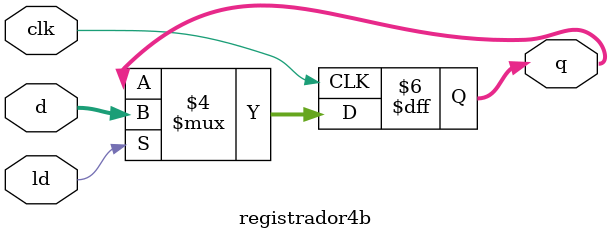
<source format=sv>
module registrador4b (
    input logic [3:0] d,
    input logic clk, ld,
    output logic [3:0] q
);
    always_ff @( negedge clk ) begin
        if (ld == 1'b1) begin
            q = d;
        end
        
    end
    
endmodule
</source>
